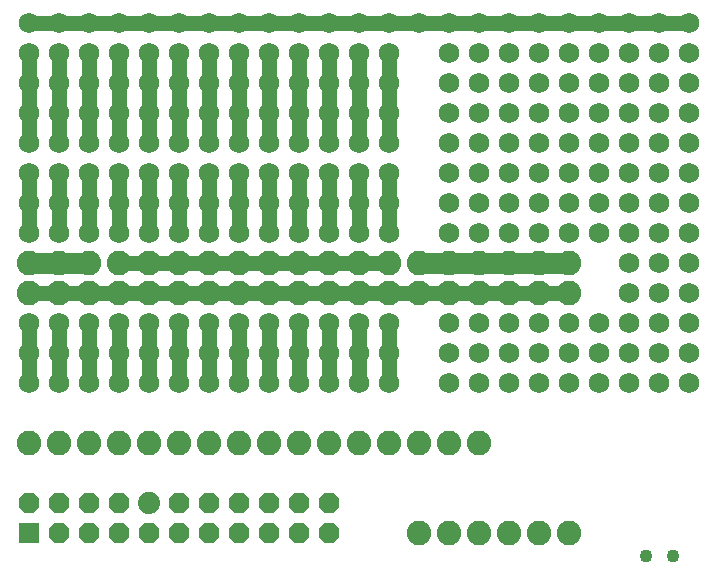
<source format=gbs>
G04 EAGLE Gerber RS-274X export*
G75*
%MOMM*%
%FSLAX34Y34*%
%LPD*%
%INbottom_mask*%
%IPPOS*%
%AMOC8*
5,1,8,0,0,1.08239X$1,22.5*%
G01*
%ADD10C,1.270000*%
%ADD11C,1.778000*%
%ADD12R,1.727200X1.727200*%
%ADD13P,1.869504X8X22.500000*%
%ADD14C,1.879600*%
%ADD15C,2.082800*%
%ADD16C,1.103200*%
%ADD17C,1.727200*%


D10*
X330200Y723900D02*
X330200Y800100D01*
X355600Y800100D02*
X355600Y723900D01*
X381000Y723900D02*
X381000Y800100D01*
X406400Y800100D02*
X406400Y723900D01*
X431800Y723900D02*
X431800Y800100D01*
X457200Y800100D02*
X457200Y723900D01*
X482600Y723900D02*
X482600Y800100D01*
X508000Y800100D02*
X508000Y723900D01*
X533400Y723900D02*
X533400Y800100D01*
X558800Y800100D02*
X558800Y723900D01*
X330200Y698500D02*
X330200Y647700D01*
X355600Y647700D02*
X355600Y698500D01*
X381000Y698500D02*
X381000Y647700D01*
X406400Y647700D02*
X406400Y698500D01*
X431800Y698500D02*
X431800Y647700D01*
X457200Y647700D02*
X457200Y698500D01*
X482600Y698500D02*
X482600Y647700D01*
X508000Y647700D02*
X508000Y698500D01*
X533400Y698500D02*
X533400Y647700D01*
X558800Y647700D02*
X558800Y698500D01*
X330200Y571500D02*
X330200Y520700D01*
X355600Y520700D02*
X355600Y571500D01*
X381000Y571500D02*
X381000Y520700D01*
X406400Y520700D02*
X406400Y571500D01*
X431800Y571500D02*
X431800Y520700D01*
X457200Y520700D02*
X457200Y571500D01*
X482600Y571500D02*
X482600Y520700D01*
X508000Y520700D02*
X508000Y571500D01*
X533400Y571500D02*
X533400Y520700D01*
X558800Y520700D02*
X558800Y571500D01*
X711200Y596900D02*
X254000Y596900D01*
X330200Y622300D02*
X558800Y622300D01*
X304800Y647700D02*
X304800Y698500D01*
X279400Y698500D02*
X279400Y647700D01*
X254000Y647700D02*
X254000Y698500D01*
X254000Y571500D02*
X254000Y520700D01*
X279400Y520700D02*
X279400Y571500D01*
X304800Y571500D02*
X304800Y520700D01*
X304800Y723900D02*
X304800Y800100D01*
X279400Y800100D02*
X279400Y723900D01*
X254000Y723900D02*
X254000Y800100D01*
D11*
X254000Y622300D02*
X304800Y622300D01*
X584200Y622300D02*
X711200Y622300D01*
D10*
X812800Y825500D02*
X254000Y825500D01*
D12*
X254000Y393700D03*
D13*
X254000Y419100D03*
X279400Y393700D03*
X279400Y419100D03*
X304800Y393700D03*
X304800Y419100D03*
X330200Y393700D03*
X330200Y419100D03*
X355600Y393700D03*
D14*
X355600Y419100D03*
D13*
X381000Y393700D03*
X381000Y419100D03*
X406400Y393700D03*
X406400Y419100D03*
X431800Y393700D03*
X431800Y419100D03*
X457200Y393700D03*
X457200Y419100D03*
X482600Y393700D03*
X482600Y419100D03*
X508000Y393700D03*
X508000Y419100D03*
D15*
X558800Y596900D03*
X533400Y596900D03*
X508000Y596900D03*
X482600Y596900D03*
X457200Y596900D03*
X431800Y596900D03*
X406400Y596900D03*
X381000Y596900D03*
X355600Y596900D03*
X330200Y596900D03*
X558800Y622300D03*
X533400Y622300D03*
X508000Y622300D03*
X482600Y622300D03*
X457200Y622300D03*
X431800Y622300D03*
X406400Y622300D03*
X381000Y622300D03*
X355600Y622300D03*
X330200Y622300D03*
X254000Y622300D03*
X279400Y622300D03*
X304800Y622300D03*
X254000Y596900D03*
X279400Y596900D03*
X304800Y596900D03*
X584200Y393700D03*
X609600Y393700D03*
X635000Y393700D03*
X660400Y393700D03*
X685800Y393700D03*
X711200Y393700D03*
X254000Y469900D03*
X279400Y469900D03*
X381000Y469900D03*
X355600Y469900D03*
X330200Y469900D03*
X304800Y469900D03*
X508000Y469900D03*
X533400Y469900D03*
X558800Y469900D03*
X584200Y469900D03*
X431800Y469900D03*
X406400Y469900D03*
X482600Y469900D03*
X457200Y469900D03*
X609600Y469900D03*
X635000Y469900D03*
X584200Y622300D03*
X609600Y622300D03*
X635000Y622300D03*
X660400Y622300D03*
X685800Y622300D03*
X711200Y622300D03*
X584200Y596900D03*
X609600Y596900D03*
X635000Y596900D03*
X660400Y596900D03*
X685800Y596900D03*
X711200Y596900D03*
D16*
X775900Y374650D03*
X798900Y374650D03*
D17*
X787400Y825500D03*
X254000Y825500D03*
X812800Y825500D03*
X381000Y825500D03*
X304800Y825500D03*
X279400Y825500D03*
X330200Y825500D03*
X355600Y825500D03*
X406400Y825500D03*
X431800Y825500D03*
X457200Y825500D03*
X482600Y825500D03*
X508000Y825500D03*
X533400Y825500D03*
X558800Y825500D03*
X584200Y825500D03*
X609600Y825500D03*
X635000Y825500D03*
X660400Y825500D03*
X685800Y825500D03*
X711200Y825500D03*
X736600Y825500D03*
X762000Y825500D03*
X330200Y723900D03*
X330200Y749300D03*
X330200Y774700D03*
X330200Y800100D03*
X355600Y723900D03*
X355600Y749300D03*
X355600Y774700D03*
X355600Y800100D03*
X381000Y723900D03*
X381000Y749300D03*
X381000Y774700D03*
X381000Y800100D03*
X406400Y723900D03*
X406400Y749300D03*
X406400Y774700D03*
X406400Y800100D03*
X431800Y723900D03*
X431800Y749300D03*
X431800Y774700D03*
X431800Y800100D03*
X457200Y723900D03*
X457200Y749300D03*
X457200Y774700D03*
X457200Y800100D03*
X482600Y723900D03*
X482600Y749300D03*
X482600Y774700D03*
X482600Y800100D03*
X508000Y723900D03*
X508000Y749300D03*
X508000Y774700D03*
X508000Y800100D03*
X533400Y723900D03*
X533400Y749300D03*
X533400Y774700D03*
X533400Y800100D03*
X558800Y723900D03*
X558800Y749300D03*
X558800Y774700D03*
X558800Y800100D03*
X330200Y647700D03*
X330200Y673100D03*
X330200Y698500D03*
X355600Y647700D03*
X355600Y673100D03*
X355600Y698500D03*
X381000Y647700D03*
X381000Y673100D03*
X381000Y698500D03*
X406400Y647700D03*
X406400Y673100D03*
X406400Y698500D03*
X431800Y647700D03*
X431800Y673100D03*
X431800Y698500D03*
X457200Y647700D03*
X457200Y673100D03*
X457200Y698500D03*
X482600Y647700D03*
X482600Y673100D03*
X482600Y698500D03*
X508000Y647700D03*
X508000Y673100D03*
X508000Y698500D03*
X533400Y647700D03*
X533400Y673100D03*
X533400Y698500D03*
X330200Y520700D03*
X330200Y546100D03*
X330200Y571500D03*
X558800Y647700D03*
X558800Y673100D03*
X558800Y698500D03*
X355600Y520700D03*
X355600Y546100D03*
X355600Y571500D03*
X381000Y520700D03*
X381000Y546100D03*
X381000Y571500D03*
X406400Y520700D03*
X406400Y546100D03*
X406400Y571500D03*
X431800Y520700D03*
X431800Y546100D03*
X431800Y571500D03*
X457200Y520700D03*
X457200Y546100D03*
X457200Y571500D03*
X482600Y520700D03*
X482600Y546100D03*
X482600Y571500D03*
X508000Y520700D03*
X508000Y546100D03*
X508000Y571500D03*
X533400Y520700D03*
X533400Y546100D03*
X533400Y571500D03*
X558800Y520700D03*
X558800Y546100D03*
X558800Y571500D03*
X304800Y647700D03*
X304800Y673100D03*
X304800Y698500D03*
X279400Y647700D03*
X279400Y673100D03*
X279400Y698500D03*
X254000Y647700D03*
X254000Y673100D03*
X254000Y698500D03*
X254000Y520700D03*
X254000Y546100D03*
X254000Y571500D03*
X279400Y520700D03*
X279400Y546100D03*
X279400Y571500D03*
X304800Y520700D03*
X304800Y546100D03*
X304800Y571500D03*
X304800Y723900D03*
X304800Y749300D03*
X304800Y774700D03*
X304800Y800100D03*
X279400Y723900D03*
X279400Y749300D03*
X279400Y774700D03*
X279400Y800100D03*
X254000Y723900D03*
X254000Y749300D03*
X254000Y774700D03*
X254000Y800100D03*
X609600Y698500D03*
X609600Y673100D03*
X609600Y647700D03*
X635000Y698500D03*
X635000Y673100D03*
X635000Y647700D03*
X660400Y647700D03*
X660400Y673100D03*
X660400Y698500D03*
X685800Y698500D03*
X685800Y673100D03*
X685800Y647700D03*
X711200Y647700D03*
X711200Y673100D03*
X711200Y698500D03*
X609600Y723900D03*
X635000Y723900D03*
X660400Y723900D03*
X685800Y723900D03*
X711200Y723900D03*
X711200Y749300D03*
X685800Y749300D03*
X660400Y749300D03*
X635000Y749300D03*
X609600Y749300D03*
X609600Y774700D03*
X635000Y774700D03*
X660400Y774700D03*
X685800Y774700D03*
X711200Y774700D03*
X711200Y800100D03*
X685800Y800100D03*
X660400Y800100D03*
X635000Y800100D03*
X609600Y800100D03*
X609600Y571500D03*
X635000Y571500D03*
X660400Y571500D03*
X685800Y571500D03*
X711200Y571500D03*
X711200Y546100D03*
X711200Y520700D03*
X685800Y520700D03*
X685800Y546100D03*
X660400Y546100D03*
X660400Y520700D03*
X635000Y546100D03*
X635000Y520700D03*
X609600Y520700D03*
X609600Y546100D03*
X736600Y520700D03*
X736600Y546100D03*
X736600Y571500D03*
X736600Y647700D03*
X736600Y673100D03*
X736600Y698500D03*
X736600Y723900D03*
X736600Y749300D03*
X736600Y774700D03*
X736600Y800100D03*
X762000Y800100D03*
X762000Y774700D03*
X762000Y749300D03*
X762000Y723900D03*
X762000Y698500D03*
X762000Y673100D03*
X762000Y647700D03*
X762000Y622300D03*
X762000Y596900D03*
X762000Y571500D03*
X762000Y546100D03*
X762000Y520700D03*
X787400Y520700D03*
X787400Y546100D03*
X787400Y571500D03*
X787400Y596900D03*
X787400Y622300D03*
X787400Y647700D03*
X787400Y673100D03*
X787400Y698500D03*
X787400Y723900D03*
X787400Y749300D03*
X787400Y774700D03*
X787400Y800100D03*
X812800Y800100D03*
X812800Y774700D03*
X812800Y749300D03*
X812800Y723900D03*
X812800Y698500D03*
X812800Y673100D03*
X812800Y647700D03*
X812800Y622300D03*
X812800Y596900D03*
X812800Y571500D03*
X812800Y546100D03*
X812800Y520700D03*
M02*

</source>
